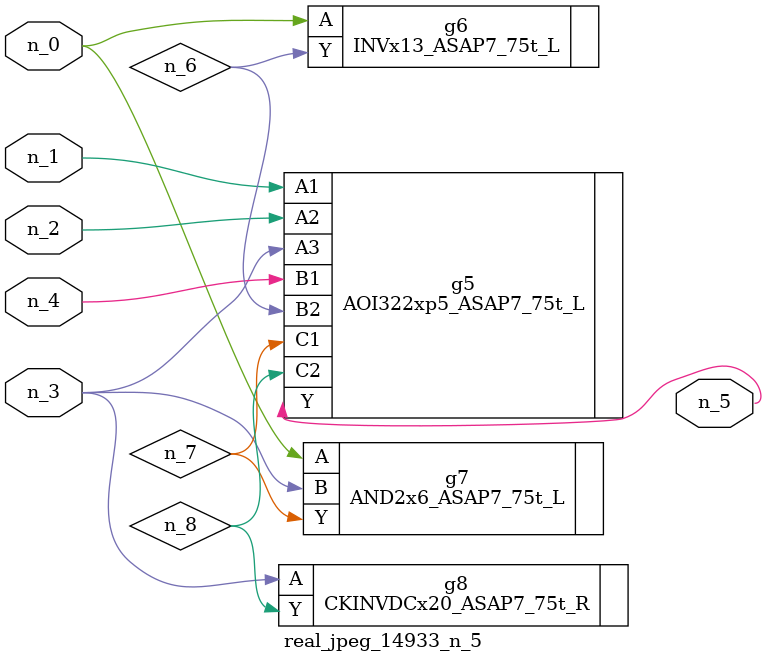
<source format=v>
module real_jpeg_14933_n_5 (n_4, n_0, n_1, n_2, n_3, n_5);

input n_4;
input n_0;
input n_1;
input n_2;
input n_3;

output n_5;

wire n_8;
wire n_6;
wire n_7;

INVx13_ASAP7_75t_L g6 ( 
.A(n_0),
.Y(n_6)
);

AND2x6_ASAP7_75t_L g7 ( 
.A(n_0),
.B(n_3),
.Y(n_7)
);

AOI322xp5_ASAP7_75t_L g5 ( 
.A1(n_1),
.A2(n_2),
.A3(n_3),
.B1(n_4),
.B2(n_6),
.C1(n_7),
.C2(n_8),
.Y(n_5)
);

CKINVDCx20_ASAP7_75t_R g8 ( 
.A(n_3),
.Y(n_8)
);


endmodule
</source>
